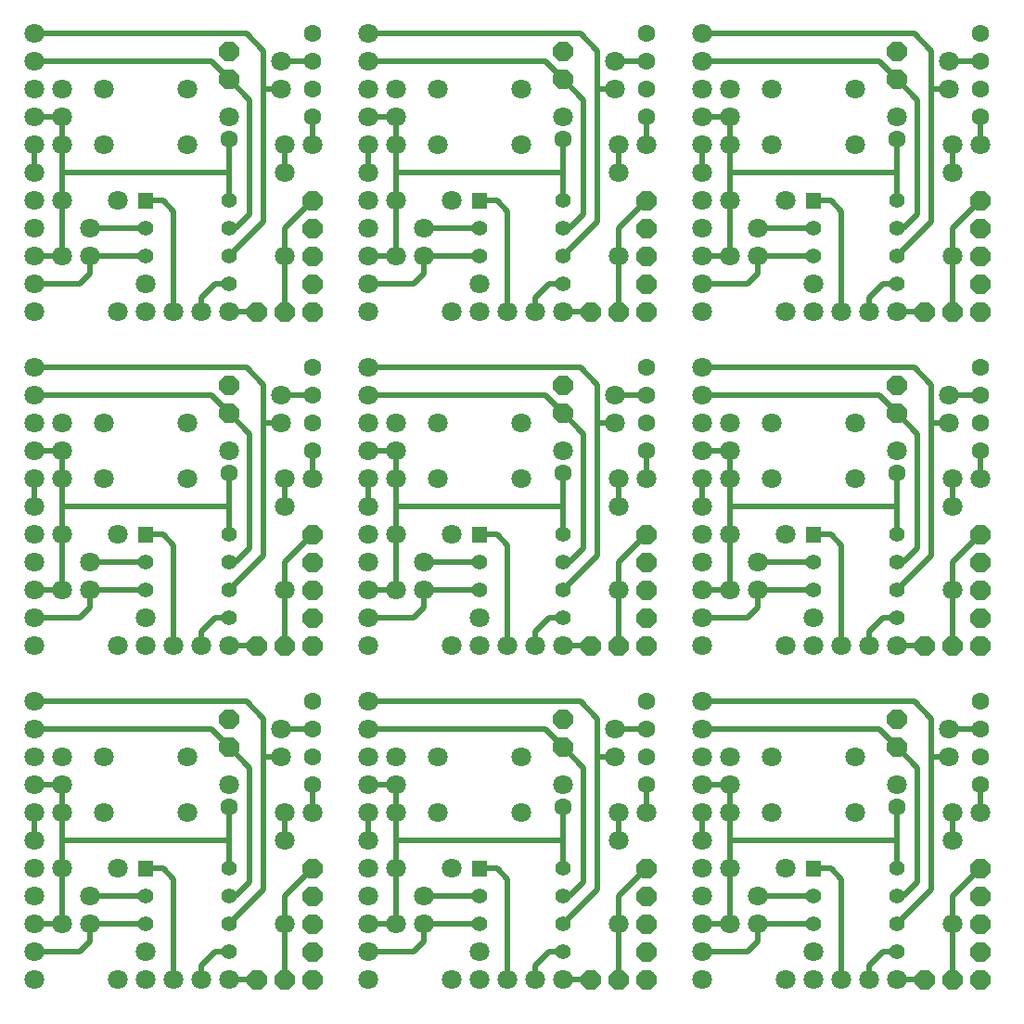
<source format=gbr>
%FSLAX34Y34*%
%MOMM*%
%LNCOPPER_TOP*%
G71*
G01*
%ADD10C, 1.400*%
%ADD11C, 1.600*%
%ADD12C, 1.800*%
%ADD13C, 1.800*%
%ADD14C, 0.500*%
%LPD*%
G36*
X140350Y822975D02*
X140350Y808975D01*
X126350Y808975D01*
X126350Y822975D01*
X140350Y822975D01*
G37*
X133350Y790575D02*
G54D10*
D03*
X133350Y765175D02*
G54D10*
D03*
X133350Y739775D02*
G54D10*
D03*
X209550Y739775D02*
G54D10*
D03*
X209550Y765175D02*
G54D10*
D03*
X209550Y790575D02*
G54D10*
D03*
X209550Y815975D02*
G54D10*
D03*
X209550Y892175D02*
G54D11*
D03*
X209550Y872175D02*
G54D11*
D03*
X57150Y917575D02*
G54D12*
D03*
X57150Y892175D02*
G54D12*
D03*
X82550Y790575D02*
G54D12*
D03*
X107950Y815975D02*
G54D12*
D03*
X57150Y815975D02*
G54D12*
D03*
X95250Y866775D02*
G54D13*
D03*
X171450Y866775D02*
G54D13*
D03*
X95250Y917575D02*
G54D13*
D03*
X171450Y917575D02*
G54D13*
D03*
X31750Y714375D02*
G54D13*
D03*
X31750Y739775D02*
G54D13*
D03*
X31750Y815975D02*
G54D13*
D03*
X31750Y841375D02*
G54D13*
D03*
X31750Y892175D02*
G54D13*
D03*
X31750Y917575D02*
G54D13*
D03*
X31750Y942975D02*
G54D13*
D03*
X31750Y968375D02*
G54D13*
D03*
X184150Y714375D02*
G54D12*
D03*
X209550Y714375D02*
G54D12*
D03*
G36*
X225950Y718110D02*
X231215Y723375D01*
X238685Y723375D01*
X243950Y718110D01*
X243950Y710640D01*
X238685Y705375D01*
X231215Y705375D01*
X225950Y710640D01*
X225950Y718110D01*
G37*
G36*
X251350Y718110D02*
X256615Y723375D01*
X264085Y723375D01*
X269350Y718110D01*
X269350Y710640D01*
X264085Y705375D01*
X256615Y705375D01*
X251350Y710640D01*
X251350Y718110D01*
G37*
G36*
X276750Y718110D02*
X282015Y723375D01*
X289485Y723375D01*
X294750Y718110D01*
X294750Y710640D01*
X289485Y705375D01*
X282015Y705375D01*
X276750Y710640D01*
X276750Y718110D01*
G37*
G36*
X276750Y743510D02*
X282015Y748775D01*
X289485Y748775D01*
X294750Y743510D01*
X294750Y736040D01*
X289485Y730775D01*
X282015Y730775D01*
X276750Y736040D01*
X276750Y743510D01*
G37*
G36*
X276750Y768910D02*
X282015Y774175D01*
X289485Y774175D01*
X294750Y768910D01*
X294750Y761440D01*
X289485Y756175D01*
X282015Y756175D01*
X276750Y761440D01*
X276750Y768910D01*
G37*
G36*
X276750Y794310D02*
X282015Y799575D01*
X289485Y799575D01*
X294750Y794310D01*
X294750Y786840D01*
X289485Y781575D01*
X282015Y781575D01*
X276750Y786840D01*
X276750Y794310D01*
G37*
G36*
X276750Y819710D02*
X282015Y824975D01*
X289485Y824975D01*
X294750Y819710D01*
X294750Y812240D01*
X289485Y806975D01*
X282015Y806975D01*
X276750Y812240D01*
X276750Y819710D01*
G37*
G54D14*
X31750Y892175D02*
X57150Y892175D01*
X57150Y841375D01*
X209550Y841375D01*
X209550Y815975D01*
X57150Y866775D02*
G54D12*
D03*
X31750Y866775D02*
G54D12*
D03*
G54D14*
X209550Y714375D02*
X234950Y714375D01*
X260350Y841375D02*
G54D12*
D03*
X260350Y765175D02*
G54D12*
D03*
X31750Y765175D02*
G54D13*
D03*
X31750Y714375D02*
G54D13*
D03*
X31750Y815975D02*
G54D13*
D03*
X31750Y917575D02*
G54D13*
D03*
X95250Y917575D02*
G54D13*
D03*
X171450Y917575D02*
G54D13*
D03*
X107950Y815975D02*
G54D13*
D03*
X57150Y917575D02*
G54D13*
D03*
X133350Y739775D02*
G54D13*
D03*
X285750Y714375D02*
G54D13*
D03*
X285750Y765175D02*
G54D13*
D03*
G54D14*
X209550Y841375D02*
X209550Y872175D01*
X209550Y892175D02*
G54D13*
D03*
G54D14*
X82550Y790575D02*
X133350Y790575D01*
G54D14*
X31750Y841375D02*
X31750Y866775D01*
G54D14*
X57150Y815975D02*
X57150Y841375D01*
X57150Y765175D02*
G54D12*
D03*
X82550Y765175D02*
G54D12*
D03*
G54D14*
X31750Y765175D02*
X57150Y765175D01*
X57150Y815975D01*
G54D14*
X184150Y714375D02*
X184150Y727075D01*
X196850Y739775D01*
X209550Y739775D01*
G54D14*
X82550Y765175D02*
X133350Y765175D01*
G54D14*
X260350Y714375D02*
X260350Y765175D01*
G54D14*
X260350Y765175D02*
X260350Y790575D01*
X285750Y815975D01*
X31750Y790575D02*
G54D13*
D03*
X133350Y714375D02*
G54D13*
D03*
X158750Y714375D02*
G54D13*
D03*
X107950Y714375D02*
G54D13*
D03*
G54D14*
X133350Y815975D02*
X149225Y815975D01*
X158750Y806450D01*
X158750Y714375D01*
G36*
X213285Y936100D02*
X218550Y930835D01*
X218550Y923365D01*
X213285Y918100D01*
X205815Y918100D01*
X200550Y923365D01*
X200550Y930835D01*
X205815Y936100D01*
X213285Y936100D01*
G37*
G36*
X213285Y961500D02*
X218550Y956235D01*
X218550Y948765D01*
X213285Y943500D01*
X205815Y943500D01*
X200550Y948765D01*
X200550Y956235D01*
X205815Y961500D01*
X213285Y961500D01*
G37*
X285750Y917575D02*
G54D11*
D03*
X285750Y892175D02*
G54D11*
D03*
X285750Y968375D02*
G54D11*
D03*
X285750Y942975D02*
G54D11*
D03*
X285750Y968375D02*
G54D11*
D03*
G54D14*
X257175Y917575D02*
X241300Y917575D01*
G54D14*
X209550Y765175D02*
X241300Y796925D01*
X241300Y952500D01*
X225425Y968375D01*
X31750Y968375D01*
G54D14*
X209550Y790575D02*
X215900Y790575D01*
X228600Y803275D01*
X228600Y908050D01*
X209550Y927100D01*
X193675Y942975D01*
X31750Y942975D01*
X257175Y917575D02*
G54D12*
D03*
X257175Y942975D02*
G54D12*
D03*
G54D14*
X257175Y942975D02*
X285750Y942975D01*
X285750Y917575D02*
G54D11*
D03*
X260350Y866775D02*
G54D12*
D03*
X285750Y866775D02*
G54D12*
D03*
G54D14*
X260350Y841375D02*
X260350Y866775D01*
G54D14*
X285750Y866775D02*
X285750Y892175D01*
G54D14*
X31750Y739775D02*
X73025Y739775D01*
X82550Y749300D01*
X82550Y765175D01*
G36*
X445150Y822975D02*
X445150Y808975D01*
X431150Y808975D01*
X431150Y822975D01*
X445150Y822975D01*
G37*
X438150Y790575D02*
G54D10*
D03*
X438150Y765175D02*
G54D10*
D03*
X438150Y739775D02*
G54D10*
D03*
X514350Y739775D02*
G54D10*
D03*
X514350Y765175D02*
G54D10*
D03*
X514350Y790575D02*
G54D10*
D03*
X514350Y815975D02*
G54D10*
D03*
X514350Y892175D02*
G54D11*
D03*
X514350Y872175D02*
G54D11*
D03*
X361950Y917575D02*
G54D12*
D03*
X361950Y892175D02*
G54D12*
D03*
X387350Y790575D02*
G54D12*
D03*
X412750Y815975D02*
G54D12*
D03*
X361950Y815975D02*
G54D12*
D03*
X400050Y866775D02*
G54D13*
D03*
X476250Y866775D02*
G54D13*
D03*
X400050Y917575D02*
G54D13*
D03*
X476250Y917575D02*
G54D13*
D03*
X336550Y714375D02*
G54D13*
D03*
X336550Y739775D02*
G54D13*
D03*
X336550Y815975D02*
G54D13*
D03*
X336550Y841375D02*
G54D13*
D03*
X336550Y892175D02*
G54D13*
D03*
X336550Y917575D02*
G54D13*
D03*
X336550Y942975D02*
G54D13*
D03*
X336550Y968375D02*
G54D13*
D03*
X488950Y714375D02*
G54D12*
D03*
X514350Y714375D02*
G54D12*
D03*
G36*
X530750Y718110D02*
X536015Y723375D01*
X543485Y723375D01*
X548750Y718110D01*
X548750Y710640D01*
X543485Y705375D01*
X536015Y705375D01*
X530750Y710640D01*
X530750Y718110D01*
G37*
G36*
X556150Y718110D02*
X561415Y723375D01*
X568885Y723375D01*
X574150Y718110D01*
X574150Y710640D01*
X568885Y705375D01*
X561415Y705375D01*
X556150Y710640D01*
X556150Y718110D01*
G37*
G36*
X581550Y718110D02*
X586815Y723375D01*
X594285Y723375D01*
X599550Y718110D01*
X599550Y710640D01*
X594285Y705375D01*
X586815Y705375D01*
X581550Y710640D01*
X581550Y718110D01*
G37*
G36*
X581550Y743510D02*
X586815Y748775D01*
X594285Y748775D01*
X599550Y743510D01*
X599550Y736040D01*
X594285Y730775D01*
X586815Y730775D01*
X581550Y736040D01*
X581550Y743510D01*
G37*
G36*
X581550Y768910D02*
X586815Y774175D01*
X594285Y774175D01*
X599550Y768910D01*
X599550Y761440D01*
X594285Y756175D01*
X586815Y756175D01*
X581550Y761440D01*
X581550Y768910D01*
G37*
G36*
X581550Y794310D02*
X586815Y799575D01*
X594285Y799575D01*
X599550Y794310D01*
X599550Y786840D01*
X594285Y781575D01*
X586815Y781575D01*
X581550Y786840D01*
X581550Y794310D01*
G37*
G36*
X581550Y819710D02*
X586815Y824975D01*
X594285Y824975D01*
X599550Y819710D01*
X599550Y812240D01*
X594285Y806975D01*
X586815Y806975D01*
X581550Y812240D01*
X581550Y819710D01*
G37*
G54D14*
X336550Y892175D02*
X361950Y892175D01*
X361950Y841375D01*
X514350Y841375D01*
X514350Y815975D01*
X361950Y866775D02*
G54D12*
D03*
X336550Y866775D02*
G54D12*
D03*
G54D14*
X514350Y714375D02*
X539750Y714375D01*
X565150Y841375D02*
G54D12*
D03*
X565150Y765175D02*
G54D12*
D03*
X336550Y765175D02*
G54D13*
D03*
X336550Y714375D02*
G54D13*
D03*
X336550Y815975D02*
G54D13*
D03*
X336550Y917575D02*
G54D13*
D03*
X400050Y917575D02*
G54D13*
D03*
X476250Y917575D02*
G54D13*
D03*
X412750Y815975D02*
G54D13*
D03*
X361950Y917575D02*
G54D13*
D03*
X438150Y739775D02*
G54D13*
D03*
X590550Y714375D02*
G54D13*
D03*
X590550Y765175D02*
G54D13*
D03*
G54D14*
X514350Y841375D02*
X514350Y872175D01*
X514350Y892175D02*
G54D13*
D03*
G54D14*
X387350Y790575D02*
X438150Y790575D01*
G54D14*
X336550Y841375D02*
X336550Y866775D01*
G54D14*
X361950Y815975D02*
X361950Y841375D01*
X361950Y765175D02*
G54D12*
D03*
X387350Y765175D02*
G54D12*
D03*
G54D14*
X336550Y765175D02*
X361950Y765175D01*
X361950Y815975D01*
G54D14*
X488950Y714375D02*
X488950Y727075D01*
X501650Y739775D01*
X514350Y739775D01*
G54D14*
X387350Y765175D02*
X438150Y765175D01*
G54D14*
X565150Y714375D02*
X565150Y765175D01*
G54D14*
X565150Y765175D02*
X565150Y790575D01*
X590550Y815975D01*
X336550Y790575D02*
G54D13*
D03*
X438150Y714375D02*
G54D13*
D03*
X463550Y714375D02*
G54D13*
D03*
X412750Y714375D02*
G54D13*
D03*
G54D14*
X438150Y815975D02*
X454025Y815975D01*
X463550Y806450D01*
X463550Y714375D01*
G36*
X518085Y936100D02*
X523350Y930835D01*
X523350Y923365D01*
X518085Y918100D01*
X510615Y918100D01*
X505350Y923365D01*
X505350Y930835D01*
X510615Y936100D01*
X518085Y936100D01*
G37*
G36*
X518085Y961500D02*
X523350Y956235D01*
X523350Y948765D01*
X518085Y943500D01*
X510615Y943500D01*
X505350Y948765D01*
X505350Y956235D01*
X510615Y961500D01*
X518085Y961500D01*
G37*
X590550Y917575D02*
G54D11*
D03*
X590550Y892175D02*
G54D11*
D03*
X590550Y968375D02*
G54D11*
D03*
X590550Y942975D02*
G54D11*
D03*
X590550Y968375D02*
G54D11*
D03*
G54D14*
X561975Y917575D02*
X546100Y917575D01*
G54D14*
X514350Y765175D02*
X546100Y796925D01*
X546100Y952500D01*
X530225Y968375D01*
X336550Y968375D01*
G54D14*
X514350Y790575D02*
X520700Y790575D01*
X533400Y803275D01*
X533400Y908050D01*
X514350Y927100D01*
X498475Y942975D01*
X336550Y942975D01*
X561975Y917575D02*
G54D12*
D03*
X561975Y942975D02*
G54D12*
D03*
G54D14*
X561975Y942975D02*
X590550Y942975D01*
X590550Y917575D02*
G54D11*
D03*
X565150Y866775D02*
G54D12*
D03*
X590550Y866775D02*
G54D12*
D03*
G54D14*
X565150Y841375D02*
X565150Y866775D01*
G54D14*
X590550Y866775D02*
X590550Y892175D01*
G54D14*
X336550Y739775D02*
X377825Y739775D01*
X387350Y749300D01*
X387350Y765175D01*
G36*
X749950Y822975D02*
X749950Y808975D01*
X735950Y808975D01*
X735950Y822975D01*
X749950Y822975D01*
G37*
X742950Y790575D02*
G54D10*
D03*
X742950Y765175D02*
G54D10*
D03*
X742950Y739775D02*
G54D10*
D03*
X819150Y739775D02*
G54D10*
D03*
X819150Y765175D02*
G54D10*
D03*
X819150Y790575D02*
G54D10*
D03*
X819150Y815975D02*
G54D10*
D03*
X819150Y892175D02*
G54D11*
D03*
X819150Y872175D02*
G54D11*
D03*
X666750Y917575D02*
G54D12*
D03*
X666750Y892175D02*
G54D12*
D03*
X692150Y790575D02*
G54D12*
D03*
X717550Y815975D02*
G54D12*
D03*
X666750Y815975D02*
G54D12*
D03*
X704850Y866775D02*
G54D13*
D03*
X781050Y866775D02*
G54D13*
D03*
X704850Y917575D02*
G54D13*
D03*
X781050Y917575D02*
G54D13*
D03*
X641350Y714375D02*
G54D13*
D03*
X641350Y739775D02*
G54D13*
D03*
X641350Y815975D02*
G54D13*
D03*
X641350Y841375D02*
G54D13*
D03*
X641350Y892175D02*
G54D13*
D03*
X641350Y917575D02*
G54D13*
D03*
X641350Y942975D02*
G54D13*
D03*
X641350Y968375D02*
G54D13*
D03*
X793750Y714375D02*
G54D12*
D03*
X819150Y714375D02*
G54D12*
D03*
G36*
X835550Y718110D02*
X840815Y723375D01*
X848285Y723375D01*
X853550Y718110D01*
X853550Y710640D01*
X848285Y705375D01*
X840815Y705375D01*
X835550Y710640D01*
X835550Y718110D01*
G37*
G36*
X860950Y718110D02*
X866215Y723375D01*
X873685Y723375D01*
X878950Y718110D01*
X878950Y710640D01*
X873685Y705375D01*
X866215Y705375D01*
X860950Y710640D01*
X860950Y718110D01*
G37*
G36*
X886350Y718110D02*
X891615Y723375D01*
X899085Y723375D01*
X904350Y718110D01*
X904350Y710640D01*
X899085Y705375D01*
X891615Y705375D01*
X886350Y710640D01*
X886350Y718110D01*
G37*
G36*
X886350Y743510D02*
X891615Y748775D01*
X899085Y748775D01*
X904350Y743510D01*
X904350Y736040D01*
X899085Y730775D01*
X891615Y730775D01*
X886350Y736040D01*
X886350Y743510D01*
G37*
G36*
X886350Y768910D02*
X891615Y774175D01*
X899085Y774175D01*
X904350Y768910D01*
X904350Y761440D01*
X899085Y756175D01*
X891615Y756175D01*
X886350Y761440D01*
X886350Y768910D01*
G37*
G36*
X886350Y794310D02*
X891615Y799575D01*
X899085Y799575D01*
X904350Y794310D01*
X904350Y786840D01*
X899085Y781575D01*
X891615Y781575D01*
X886350Y786840D01*
X886350Y794310D01*
G37*
G36*
X886350Y819710D02*
X891615Y824975D01*
X899085Y824975D01*
X904350Y819710D01*
X904350Y812240D01*
X899085Y806975D01*
X891615Y806975D01*
X886350Y812240D01*
X886350Y819710D01*
G37*
G54D14*
X641350Y892175D02*
X666750Y892175D01*
X666750Y841375D01*
X819150Y841375D01*
X819150Y815975D01*
X666750Y866775D02*
G54D12*
D03*
X641350Y866775D02*
G54D12*
D03*
G54D14*
X819150Y714375D02*
X844550Y714375D01*
X869950Y841375D02*
G54D12*
D03*
X869950Y765175D02*
G54D12*
D03*
X641350Y765175D02*
G54D13*
D03*
X641350Y714375D02*
G54D13*
D03*
X641350Y815975D02*
G54D13*
D03*
X641350Y917575D02*
G54D13*
D03*
X704850Y917575D02*
G54D13*
D03*
X781050Y917575D02*
G54D13*
D03*
X717550Y815975D02*
G54D13*
D03*
X666750Y917575D02*
G54D13*
D03*
X742950Y739775D02*
G54D13*
D03*
X895350Y714375D02*
G54D13*
D03*
X895350Y765175D02*
G54D13*
D03*
G54D14*
X819150Y841375D02*
X819150Y872175D01*
X819150Y892175D02*
G54D13*
D03*
G54D14*
X692150Y790575D02*
X742950Y790575D01*
G54D14*
X641350Y841375D02*
X641350Y866775D01*
G54D14*
X666750Y815975D02*
X666750Y841375D01*
X666750Y765175D02*
G54D12*
D03*
X692150Y765175D02*
G54D12*
D03*
G54D14*
X641350Y765175D02*
X666750Y765175D01*
X666750Y815975D01*
G54D14*
X793750Y714375D02*
X793750Y727075D01*
X806450Y739775D01*
X819150Y739775D01*
G54D14*
X692150Y765175D02*
X742950Y765175D01*
G54D14*
X869950Y714375D02*
X869950Y765175D01*
G54D14*
X869950Y765175D02*
X869950Y790575D01*
X895350Y815975D01*
X641350Y790575D02*
G54D13*
D03*
X742950Y714375D02*
G54D13*
D03*
X768350Y714375D02*
G54D13*
D03*
X717550Y714375D02*
G54D13*
D03*
G54D14*
X742950Y815975D02*
X758825Y815975D01*
X768350Y806450D01*
X768350Y714375D01*
G36*
X822885Y936100D02*
X828150Y930835D01*
X828150Y923365D01*
X822885Y918100D01*
X815415Y918100D01*
X810150Y923365D01*
X810150Y930835D01*
X815415Y936100D01*
X822885Y936100D01*
G37*
G36*
X822885Y961500D02*
X828150Y956235D01*
X828150Y948765D01*
X822885Y943500D01*
X815415Y943500D01*
X810150Y948765D01*
X810150Y956235D01*
X815415Y961500D01*
X822885Y961500D01*
G37*
X895350Y917575D02*
G54D11*
D03*
X895350Y892175D02*
G54D11*
D03*
X895350Y968375D02*
G54D11*
D03*
X895350Y942975D02*
G54D11*
D03*
X895350Y968375D02*
G54D11*
D03*
G54D14*
X866775Y917575D02*
X850900Y917575D01*
G54D14*
X819150Y765175D02*
X850900Y796925D01*
X850900Y952500D01*
X835025Y968375D01*
X641350Y968375D01*
G54D14*
X819150Y790575D02*
X825500Y790575D01*
X838200Y803275D01*
X838200Y908050D01*
X819150Y927100D01*
X803275Y942975D01*
X641350Y942975D01*
X866775Y917575D02*
G54D12*
D03*
X866775Y942975D02*
G54D12*
D03*
G54D14*
X866775Y942975D02*
X895350Y942975D01*
X895350Y917575D02*
G54D11*
D03*
X869950Y866775D02*
G54D12*
D03*
X895350Y866775D02*
G54D12*
D03*
G54D14*
X869950Y841375D02*
X869950Y866775D01*
G54D14*
X895350Y866775D02*
X895350Y892175D01*
G54D14*
X641350Y739775D02*
X682625Y739775D01*
X692150Y749300D01*
X692150Y765175D01*
G36*
X140350Y518175D02*
X140350Y504175D01*
X126350Y504175D01*
X126350Y518175D01*
X140350Y518175D01*
G37*
X133350Y485775D02*
G54D10*
D03*
X133350Y460375D02*
G54D10*
D03*
X133350Y434975D02*
G54D10*
D03*
X209550Y434975D02*
G54D10*
D03*
X209550Y460375D02*
G54D10*
D03*
X209550Y485775D02*
G54D10*
D03*
X209550Y511175D02*
G54D10*
D03*
X209550Y587375D02*
G54D11*
D03*
X209550Y567375D02*
G54D11*
D03*
X57150Y612775D02*
G54D12*
D03*
X57150Y587375D02*
G54D12*
D03*
X82550Y485775D02*
G54D12*
D03*
X107950Y511175D02*
G54D12*
D03*
X57150Y511175D02*
G54D12*
D03*
X95250Y561975D02*
G54D13*
D03*
X171450Y561975D02*
G54D13*
D03*
X95250Y612775D02*
G54D13*
D03*
X171450Y612775D02*
G54D13*
D03*
X31750Y409575D02*
G54D13*
D03*
X31750Y434975D02*
G54D13*
D03*
X31750Y511175D02*
G54D13*
D03*
X31750Y536575D02*
G54D13*
D03*
X31750Y587375D02*
G54D13*
D03*
X31750Y612775D02*
G54D13*
D03*
X31750Y638175D02*
G54D13*
D03*
X31750Y663575D02*
G54D13*
D03*
X184150Y409575D02*
G54D12*
D03*
X209550Y409575D02*
G54D12*
D03*
G36*
X225950Y413310D02*
X231215Y418575D01*
X238685Y418575D01*
X243950Y413310D01*
X243950Y405840D01*
X238685Y400575D01*
X231215Y400575D01*
X225950Y405840D01*
X225950Y413310D01*
G37*
G36*
X251350Y413310D02*
X256615Y418575D01*
X264085Y418575D01*
X269350Y413310D01*
X269350Y405840D01*
X264085Y400575D01*
X256615Y400575D01*
X251350Y405840D01*
X251350Y413310D01*
G37*
G36*
X276750Y413310D02*
X282015Y418575D01*
X289485Y418575D01*
X294750Y413310D01*
X294750Y405840D01*
X289485Y400575D01*
X282015Y400575D01*
X276750Y405840D01*
X276750Y413310D01*
G37*
G36*
X276750Y438710D02*
X282015Y443975D01*
X289485Y443975D01*
X294750Y438710D01*
X294750Y431240D01*
X289485Y425975D01*
X282015Y425975D01*
X276750Y431240D01*
X276750Y438710D01*
G37*
G36*
X276750Y464110D02*
X282015Y469375D01*
X289485Y469375D01*
X294750Y464110D01*
X294750Y456640D01*
X289485Y451375D01*
X282015Y451375D01*
X276750Y456640D01*
X276750Y464110D01*
G37*
G36*
X276750Y489510D02*
X282015Y494775D01*
X289485Y494775D01*
X294750Y489510D01*
X294750Y482040D01*
X289485Y476775D01*
X282015Y476775D01*
X276750Y482040D01*
X276750Y489510D01*
G37*
G36*
X276750Y514910D02*
X282015Y520175D01*
X289485Y520175D01*
X294750Y514910D01*
X294750Y507440D01*
X289485Y502175D01*
X282015Y502175D01*
X276750Y507440D01*
X276750Y514910D01*
G37*
G54D14*
X31750Y587375D02*
X57150Y587375D01*
X57150Y536575D01*
X209550Y536575D01*
X209550Y511175D01*
X57150Y561975D02*
G54D12*
D03*
X31750Y561975D02*
G54D12*
D03*
G54D14*
X209550Y409575D02*
X234950Y409575D01*
X260350Y536575D02*
G54D12*
D03*
X260350Y460375D02*
G54D12*
D03*
X31750Y460375D02*
G54D13*
D03*
X31750Y409575D02*
G54D13*
D03*
X31750Y511175D02*
G54D13*
D03*
X31750Y612775D02*
G54D13*
D03*
X95250Y612775D02*
G54D13*
D03*
X171450Y612775D02*
G54D13*
D03*
X107950Y511175D02*
G54D13*
D03*
X57150Y612775D02*
G54D13*
D03*
X133350Y434975D02*
G54D13*
D03*
X285750Y409575D02*
G54D13*
D03*
X285750Y460375D02*
G54D13*
D03*
G54D14*
X209550Y536575D02*
X209550Y567375D01*
X209550Y587375D02*
G54D13*
D03*
G54D14*
X82550Y485775D02*
X133350Y485775D01*
G54D14*
X31750Y536575D02*
X31750Y561975D01*
G54D14*
X57150Y511175D02*
X57150Y536575D01*
X57150Y460375D02*
G54D12*
D03*
X82550Y460375D02*
G54D12*
D03*
G54D14*
X31750Y460375D02*
X57150Y460375D01*
X57150Y511175D01*
G54D14*
X184150Y409575D02*
X184150Y422275D01*
X196850Y434975D01*
X209550Y434975D01*
G54D14*
X82550Y460375D02*
X133350Y460375D01*
G54D14*
X260350Y409575D02*
X260350Y460375D01*
G54D14*
X260350Y460375D02*
X260350Y485775D01*
X285750Y511175D01*
X31750Y485775D02*
G54D13*
D03*
X133350Y409575D02*
G54D13*
D03*
X158750Y409575D02*
G54D13*
D03*
X107950Y409575D02*
G54D13*
D03*
G54D14*
X133350Y511175D02*
X149225Y511175D01*
X158750Y501650D01*
X158750Y409575D01*
G36*
X213285Y631300D02*
X218550Y626035D01*
X218550Y618565D01*
X213285Y613300D01*
X205815Y613300D01*
X200550Y618565D01*
X200550Y626035D01*
X205815Y631300D01*
X213285Y631300D01*
G37*
G36*
X213285Y656700D02*
X218550Y651435D01*
X218550Y643965D01*
X213285Y638700D01*
X205815Y638700D01*
X200550Y643965D01*
X200550Y651435D01*
X205815Y656700D01*
X213285Y656700D01*
G37*
X285750Y612775D02*
G54D11*
D03*
X285750Y587375D02*
G54D11*
D03*
X285750Y663575D02*
G54D11*
D03*
X285750Y638175D02*
G54D11*
D03*
X285750Y663575D02*
G54D11*
D03*
G54D14*
X257175Y612775D02*
X241300Y612775D01*
G54D14*
X209550Y460375D02*
X241300Y492125D01*
X241300Y647700D01*
X225425Y663575D01*
X31750Y663575D01*
G54D14*
X209550Y485775D02*
X215900Y485775D01*
X228600Y498475D01*
X228600Y603250D01*
X209550Y622300D01*
X193675Y638175D01*
X31750Y638175D01*
X257175Y612775D02*
G54D12*
D03*
X257175Y638175D02*
G54D12*
D03*
G54D14*
X257175Y638175D02*
X285750Y638175D01*
X285750Y612775D02*
G54D11*
D03*
X260350Y561975D02*
G54D12*
D03*
X285750Y561975D02*
G54D12*
D03*
G54D14*
X260350Y536575D02*
X260350Y561975D01*
G54D14*
X285750Y561975D02*
X285750Y587375D01*
G54D14*
X31750Y434975D02*
X73025Y434975D01*
X82550Y444500D01*
X82550Y460375D01*
G36*
X445150Y518175D02*
X445150Y504175D01*
X431150Y504175D01*
X431150Y518175D01*
X445150Y518175D01*
G37*
X438150Y485775D02*
G54D10*
D03*
X438150Y460375D02*
G54D10*
D03*
X438150Y434975D02*
G54D10*
D03*
X514350Y434975D02*
G54D10*
D03*
X514350Y460375D02*
G54D10*
D03*
X514350Y485775D02*
G54D10*
D03*
X514350Y511175D02*
G54D10*
D03*
X514350Y587375D02*
G54D11*
D03*
X514350Y567375D02*
G54D11*
D03*
X361950Y612775D02*
G54D12*
D03*
X361950Y587375D02*
G54D12*
D03*
X387350Y485775D02*
G54D12*
D03*
X412750Y511175D02*
G54D12*
D03*
X361950Y511175D02*
G54D12*
D03*
X400050Y561975D02*
G54D13*
D03*
X476250Y561975D02*
G54D13*
D03*
X400050Y612775D02*
G54D13*
D03*
X476250Y612775D02*
G54D13*
D03*
X336550Y409575D02*
G54D13*
D03*
X336550Y434975D02*
G54D13*
D03*
X336550Y511175D02*
G54D13*
D03*
X336550Y536575D02*
G54D13*
D03*
X336550Y587375D02*
G54D13*
D03*
X336550Y612775D02*
G54D13*
D03*
X336550Y638175D02*
G54D13*
D03*
X336550Y663575D02*
G54D13*
D03*
X488950Y409575D02*
G54D12*
D03*
X514350Y409575D02*
G54D12*
D03*
G36*
X530750Y413310D02*
X536015Y418575D01*
X543485Y418575D01*
X548750Y413310D01*
X548750Y405840D01*
X543485Y400575D01*
X536015Y400575D01*
X530750Y405840D01*
X530750Y413310D01*
G37*
G36*
X556150Y413310D02*
X561415Y418575D01*
X568885Y418575D01*
X574150Y413310D01*
X574150Y405840D01*
X568885Y400575D01*
X561415Y400575D01*
X556150Y405840D01*
X556150Y413310D01*
G37*
G36*
X581550Y413310D02*
X586815Y418575D01*
X594285Y418575D01*
X599550Y413310D01*
X599550Y405840D01*
X594285Y400575D01*
X586815Y400575D01*
X581550Y405840D01*
X581550Y413310D01*
G37*
G36*
X581550Y438710D02*
X586815Y443975D01*
X594285Y443975D01*
X599550Y438710D01*
X599550Y431240D01*
X594285Y425975D01*
X586815Y425975D01*
X581550Y431240D01*
X581550Y438710D01*
G37*
G36*
X581550Y464110D02*
X586815Y469375D01*
X594285Y469375D01*
X599550Y464110D01*
X599550Y456640D01*
X594285Y451375D01*
X586815Y451375D01*
X581550Y456640D01*
X581550Y464110D01*
G37*
G36*
X581550Y489510D02*
X586815Y494775D01*
X594285Y494775D01*
X599550Y489510D01*
X599550Y482040D01*
X594285Y476775D01*
X586815Y476775D01*
X581550Y482040D01*
X581550Y489510D01*
G37*
G36*
X581550Y514910D02*
X586815Y520175D01*
X594285Y520175D01*
X599550Y514910D01*
X599550Y507440D01*
X594285Y502175D01*
X586815Y502175D01*
X581550Y507440D01*
X581550Y514910D01*
G37*
G54D14*
X336550Y587375D02*
X361950Y587375D01*
X361950Y536575D01*
X514350Y536575D01*
X514350Y511175D01*
X361950Y561975D02*
G54D12*
D03*
X336550Y561975D02*
G54D12*
D03*
G54D14*
X514350Y409575D02*
X539750Y409575D01*
X565150Y536575D02*
G54D12*
D03*
X565150Y460375D02*
G54D12*
D03*
X336550Y460375D02*
G54D13*
D03*
X336550Y409575D02*
G54D13*
D03*
X336550Y511175D02*
G54D13*
D03*
X336550Y612775D02*
G54D13*
D03*
X400050Y612775D02*
G54D13*
D03*
X476250Y612775D02*
G54D13*
D03*
X412750Y511175D02*
G54D13*
D03*
X361950Y612775D02*
G54D13*
D03*
X438150Y434975D02*
G54D13*
D03*
X590550Y409575D02*
G54D13*
D03*
X590550Y460375D02*
G54D13*
D03*
G54D14*
X514350Y536575D02*
X514350Y567375D01*
X514350Y587375D02*
G54D13*
D03*
G54D14*
X387350Y485775D02*
X438150Y485775D01*
G54D14*
X336550Y536575D02*
X336550Y561975D01*
G54D14*
X361950Y511175D02*
X361950Y536575D01*
X361950Y460375D02*
G54D12*
D03*
X387350Y460375D02*
G54D12*
D03*
G54D14*
X336550Y460375D02*
X361950Y460375D01*
X361950Y511175D01*
G54D14*
X488950Y409575D02*
X488950Y422275D01*
X501650Y434975D01*
X514350Y434975D01*
G54D14*
X387350Y460375D02*
X438150Y460375D01*
G54D14*
X565150Y409575D02*
X565150Y460375D01*
G54D14*
X565150Y460375D02*
X565150Y485775D01*
X590550Y511175D01*
X336550Y485775D02*
G54D13*
D03*
X438150Y409575D02*
G54D13*
D03*
X463550Y409575D02*
G54D13*
D03*
X412750Y409575D02*
G54D13*
D03*
G54D14*
X438150Y511175D02*
X454025Y511175D01*
X463550Y501650D01*
X463550Y409575D01*
G36*
X518085Y631300D02*
X523350Y626035D01*
X523350Y618565D01*
X518085Y613300D01*
X510615Y613300D01*
X505350Y618565D01*
X505350Y626035D01*
X510615Y631300D01*
X518085Y631300D01*
G37*
G36*
X518085Y656700D02*
X523350Y651435D01*
X523350Y643965D01*
X518085Y638700D01*
X510615Y638700D01*
X505350Y643965D01*
X505350Y651435D01*
X510615Y656700D01*
X518085Y656700D01*
G37*
X590550Y612775D02*
G54D11*
D03*
X590550Y587375D02*
G54D11*
D03*
X590550Y663575D02*
G54D11*
D03*
X590550Y638175D02*
G54D11*
D03*
X590550Y663575D02*
G54D11*
D03*
G54D14*
X561975Y612775D02*
X546100Y612775D01*
G54D14*
X514350Y460375D02*
X546100Y492125D01*
X546100Y647700D01*
X530225Y663575D01*
X336550Y663575D01*
G54D14*
X514350Y485775D02*
X520700Y485775D01*
X533400Y498475D01*
X533400Y603250D01*
X514350Y622300D01*
X498475Y638175D01*
X336550Y638175D01*
X561975Y612775D02*
G54D12*
D03*
X561975Y638175D02*
G54D12*
D03*
G54D14*
X561975Y638175D02*
X590550Y638175D01*
X590550Y612775D02*
G54D11*
D03*
X565150Y561975D02*
G54D12*
D03*
X590550Y561975D02*
G54D12*
D03*
G54D14*
X565150Y536575D02*
X565150Y561975D01*
G54D14*
X590550Y561975D02*
X590550Y587375D01*
G54D14*
X336550Y434975D02*
X377825Y434975D01*
X387350Y444500D01*
X387350Y460375D01*
G36*
X749950Y518175D02*
X749950Y504175D01*
X735950Y504175D01*
X735950Y518175D01*
X749950Y518175D01*
G37*
X742950Y485775D02*
G54D10*
D03*
X742950Y460375D02*
G54D10*
D03*
X742950Y434975D02*
G54D10*
D03*
X819150Y434975D02*
G54D10*
D03*
X819150Y460375D02*
G54D10*
D03*
X819150Y485775D02*
G54D10*
D03*
X819150Y511175D02*
G54D10*
D03*
X819150Y587375D02*
G54D11*
D03*
X819150Y567375D02*
G54D11*
D03*
X666750Y612775D02*
G54D12*
D03*
X666750Y587375D02*
G54D12*
D03*
X692150Y485775D02*
G54D12*
D03*
X717550Y511175D02*
G54D12*
D03*
X666750Y511175D02*
G54D12*
D03*
X704850Y561975D02*
G54D13*
D03*
X781050Y561975D02*
G54D13*
D03*
X704850Y612775D02*
G54D13*
D03*
X781050Y612775D02*
G54D13*
D03*
X641350Y409575D02*
G54D13*
D03*
X641350Y434975D02*
G54D13*
D03*
X641350Y511175D02*
G54D13*
D03*
X641350Y536575D02*
G54D13*
D03*
X641350Y587375D02*
G54D13*
D03*
X641350Y612775D02*
G54D13*
D03*
X641350Y638175D02*
G54D13*
D03*
X641350Y663575D02*
G54D13*
D03*
X793750Y409575D02*
G54D12*
D03*
X819150Y409575D02*
G54D12*
D03*
G36*
X835550Y413310D02*
X840815Y418575D01*
X848285Y418575D01*
X853550Y413310D01*
X853550Y405840D01*
X848285Y400575D01*
X840815Y400575D01*
X835550Y405840D01*
X835550Y413310D01*
G37*
G36*
X860950Y413310D02*
X866215Y418575D01*
X873685Y418575D01*
X878950Y413310D01*
X878950Y405840D01*
X873685Y400575D01*
X866215Y400575D01*
X860950Y405840D01*
X860950Y413310D01*
G37*
G36*
X886350Y413310D02*
X891615Y418575D01*
X899085Y418575D01*
X904350Y413310D01*
X904350Y405840D01*
X899085Y400575D01*
X891615Y400575D01*
X886350Y405840D01*
X886350Y413310D01*
G37*
G36*
X886350Y438710D02*
X891615Y443975D01*
X899085Y443975D01*
X904350Y438710D01*
X904350Y431240D01*
X899085Y425975D01*
X891615Y425975D01*
X886350Y431240D01*
X886350Y438710D01*
G37*
G36*
X886350Y464110D02*
X891615Y469375D01*
X899085Y469375D01*
X904350Y464110D01*
X904350Y456640D01*
X899085Y451375D01*
X891615Y451375D01*
X886350Y456640D01*
X886350Y464110D01*
G37*
G36*
X886350Y489510D02*
X891615Y494775D01*
X899085Y494775D01*
X904350Y489510D01*
X904350Y482040D01*
X899085Y476775D01*
X891615Y476775D01*
X886350Y482040D01*
X886350Y489510D01*
G37*
G36*
X886350Y514910D02*
X891615Y520175D01*
X899085Y520175D01*
X904350Y514910D01*
X904350Y507440D01*
X899085Y502175D01*
X891615Y502175D01*
X886350Y507440D01*
X886350Y514910D01*
G37*
G54D14*
X641350Y587375D02*
X666750Y587375D01*
X666750Y536575D01*
X819150Y536575D01*
X819150Y511175D01*
X666750Y561975D02*
G54D12*
D03*
X641350Y561975D02*
G54D12*
D03*
G54D14*
X819150Y409575D02*
X844550Y409575D01*
X869950Y536575D02*
G54D12*
D03*
X869950Y460375D02*
G54D12*
D03*
X641350Y460375D02*
G54D13*
D03*
X641350Y409575D02*
G54D13*
D03*
X641350Y511175D02*
G54D13*
D03*
X641350Y612775D02*
G54D13*
D03*
X704850Y612775D02*
G54D13*
D03*
X781050Y612775D02*
G54D13*
D03*
X717550Y511175D02*
G54D13*
D03*
X666750Y612775D02*
G54D13*
D03*
X742950Y434975D02*
G54D13*
D03*
X895350Y409575D02*
G54D13*
D03*
X895350Y460375D02*
G54D13*
D03*
G54D14*
X819150Y536575D02*
X819150Y567375D01*
X819150Y587375D02*
G54D13*
D03*
G54D14*
X692150Y485775D02*
X742950Y485775D01*
G54D14*
X641350Y536575D02*
X641350Y561975D01*
G54D14*
X666750Y511175D02*
X666750Y536575D01*
X666750Y460375D02*
G54D12*
D03*
X692150Y460375D02*
G54D12*
D03*
G54D14*
X641350Y460375D02*
X666750Y460375D01*
X666750Y511175D01*
G54D14*
X793750Y409575D02*
X793750Y422275D01*
X806450Y434975D01*
X819150Y434975D01*
G54D14*
X692150Y460375D02*
X742950Y460375D01*
G54D14*
X869950Y409575D02*
X869950Y460375D01*
G54D14*
X869950Y460375D02*
X869950Y485775D01*
X895350Y511175D01*
X641350Y485775D02*
G54D13*
D03*
X742950Y409575D02*
G54D13*
D03*
X768350Y409575D02*
G54D13*
D03*
X717550Y409575D02*
G54D13*
D03*
G54D14*
X742950Y511175D02*
X758825Y511175D01*
X768350Y501650D01*
X768350Y409575D01*
G36*
X822885Y631300D02*
X828150Y626035D01*
X828150Y618565D01*
X822885Y613300D01*
X815415Y613300D01*
X810150Y618565D01*
X810150Y626035D01*
X815415Y631300D01*
X822885Y631300D01*
G37*
G36*
X822885Y656700D02*
X828150Y651435D01*
X828150Y643965D01*
X822885Y638700D01*
X815415Y638700D01*
X810150Y643965D01*
X810150Y651435D01*
X815415Y656700D01*
X822885Y656700D01*
G37*
X895350Y612775D02*
G54D11*
D03*
X895350Y587375D02*
G54D11*
D03*
X895350Y663575D02*
G54D11*
D03*
X895350Y638175D02*
G54D11*
D03*
X895350Y663575D02*
G54D11*
D03*
G54D14*
X866775Y612775D02*
X850900Y612775D01*
G54D14*
X819150Y460375D02*
X850900Y492125D01*
X850900Y647700D01*
X835025Y663575D01*
X641350Y663575D01*
G54D14*
X819150Y485775D02*
X825500Y485775D01*
X838200Y498475D01*
X838200Y603250D01*
X819150Y622300D01*
X803275Y638175D01*
X641350Y638175D01*
X866775Y612775D02*
G54D12*
D03*
X866775Y638175D02*
G54D12*
D03*
G54D14*
X866775Y638175D02*
X895350Y638175D01*
X895350Y612775D02*
G54D11*
D03*
X869950Y561975D02*
G54D12*
D03*
X895350Y561975D02*
G54D12*
D03*
G54D14*
X869950Y536575D02*
X869950Y561975D01*
G54D14*
X895350Y561975D02*
X895350Y587375D01*
G54D14*
X641350Y434975D02*
X682625Y434975D01*
X692150Y444500D01*
X692150Y460375D01*
G36*
X140350Y213375D02*
X140350Y199375D01*
X126350Y199375D01*
X126350Y213375D01*
X140350Y213375D01*
G37*
X133350Y180975D02*
G54D10*
D03*
X133350Y155575D02*
G54D10*
D03*
X133350Y130175D02*
G54D10*
D03*
X209550Y130175D02*
G54D10*
D03*
X209550Y155575D02*
G54D10*
D03*
X209550Y180975D02*
G54D10*
D03*
X209550Y206375D02*
G54D10*
D03*
X209550Y282575D02*
G54D11*
D03*
X209550Y262575D02*
G54D11*
D03*
X57150Y307975D02*
G54D12*
D03*
X57150Y282575D02*
G54D12*
D03*
X82550Y180975D02*
G54D12*
D03*
X107950Y206375D02*
G54D12*
D03*
X57150Y206375D02*
G54D12*
D03*
X95250Y257175D02*
G54D13*
D03*
X171450Y257175D02*
G54D13*
D03*
X95250Y307975D02*
G54D13*
D03*
X171450Y307975D02*
G54D13*
D03*
X31750Y104775D02*
G54D13*
D03*
X31750Y130175D02*
G54D13*
D03*
X31750Y206375D02*
G54D13*
D03*
X31750Y231775D02*
G54D13*
D03*
X31750Y282575D02*
G54D13*
D03*
X31750Y307975D02*
G54D13*
D03*
X31750Y333375D02*
G54D13*
D03*
X31750Y358775D02*
G54D13*
D03*
X184150Y104775D02*
G54D12*
D03*
X209550Y104775D02*
G54D12*
D03*
G36*
X225950Y108510D02*
X231215Y113775D01*
X238685Y113775D01*
X243950Y108510D01*
X243950Y101040D01*
X238685Y95775D01*
X231215Y95775D01*
X225950Y101040D01*
X225950Y108510D01*
G37*
G36*
X251350Y108510D02*
X256615Y113775D01*
X264085Y113775D01*
X269350Y108510D01*
X269350Y101040D01*
X264085Y95775D01*
X256615Y95775D01*
X251350Y101040D01*
X251350Y108510D01*
G37*
G36*
X276750Y108510D02*
X282015Y113775D01*
X289485Y113775D01*
X294750Y108510D01*
X294750Y101040D01*
X289485Y95775D01*
X282015Y95775D01*
X276750Y101040D01*
X276750Y108510D01*
G37*
G36*
X276750Y133910D02*
X282015Y139175D01*
X289485Y139175D01*
X294750Y133910D01*
X294750Y126440D01*
X289485Y121175D01*
X282015Y121175D01*
X276750Y126440D01*
X276750Y133910D01*
G37*
G36*
X276750Y159310D02*
X282015Y164575D01*
X289485Y164575D01*
X294750Y159310D01*
X294750Y151840D01*
X289485Y146575D01*
X282015Y146575D01*
X276750Y151840D01*
X276750Y159310D01*
G37*
G36*
X276750Y184710D02*
X282015Y189975D01*
X289485Y189975D01*
X294750Y184710D01*
X294750Y177240D01*
X289485Y171975D01*
X282015Y171975D01*
X276750Y177240D01*
X276750Y184710D01*
G37*
G36*
X276750Y210110D02*
X282015Y215375D01*
X289485Y215375D01*
X294750Y210110D01*
X294750Y202640D01*
X289485Y197375D01*
X282015Y197375D01*
X276750Y202640D01*
X276750Y210110D01*
G37*
G54D14*
X31750Y282575D02*
X57150Y282575D01*
X57150Y231775D01*
X209550Y231775D01*
X209550Y206375D01*
X57150Y257175D02*
G54D12*
D03*
X31750Y257175D02*
G54D12*
D03*
G54D14*
X209550Y104775D02*
X234950Y104775D01*
X260350Y231775D02*
G54D12*
D03*
X260350Y155575D02*
G54D12*
D03*
X31750Y155575D02*
G54D13*
D03*
X31750Y104775D02*
G54D13*
D03*
X31750Y206375D02*
G54D13*
D03*
X31750Y307975D02*
G54D13*
D03*
X95250Y307975D02*
G54D13*
D03*
X171450Y307975D02*
G54D13*
D03*
X107950Y206375D02*
G54D13*
D03*
X57150Y307975D02*
G54D13*
D03*
X133350Y130175D02*
G54D13*
D03*
X285750Y104775D02*
G54D13*
D03*
X285750Y155575D02*
G54D13*
D03*
G54D14*
X209550Y231775D02*
X209550Y262575D01*
X209550Y282575D02*
G54D13*
D03*
G54D14*
X82550Y180975D02*
X133350Y180975D01*
G54D14*
X31750Y231775D02*
X31750Y257175D01*
G54D14*
X57150Y206375D02*
X57150Y231775D01*
X57150Y155575D02*
G54D12*
D03*
X82550Y155575D02*
G54D12*
D03*
G54D14*
X31750Y155575D02*
X57150Y155575D01*
X57150Y206375D01*
G54D14*
X184150Y104775D02*
X184150Y117475D01*
X196850Y130175D01*
X209550Y130175D01*
G54D14*
X82550Y155575D02*
X133350Y155575D01*
G54D14*
X260350Y104775D02*
X260350Y155575D01*
G54D14*
X260350Y155575D02*
X260350Y180975D01*
X285750Y206375D01*
X31750Y180975D02*
G54D13*
D03*
X133350Y104775D02*
G54D13*
D03*
X158750Y104775D02*
G54D13*
D03*
X107950Y104775D02*
G54D13*
D03*
G54D14*
X133350Y206375D02*
X149225Y206375D01*
X158750Y196850D01*
X158750Y104775D01*
G36*
X213285Y326500D02*
X218550Y321235D01*
X218550Y313765D01*
X213285Y308500D01*
X205815Y308500D01*
X200550Y313765D01*
X200550Y321235D01*
X205815Y326500D01*
X213285Y326500D01*
G37*
G36*
X213285Y351900D02*
X218550Y346635D01*
X218550Y339165D01*
X213285Y333900D01*
X205815Y333900D01*
X200550Y339165D01*
X200550Y346635D01*
X205815Y351900D01*
X213285Y351900D01*
G37*
X285750Y307975D02*
G54D11*
D03*
X285750Y282575D02*
G54D11*
D03*
X285750Y358775D02*
G54D11*
D03*
X285750Y333375D02*
G54D11*
D03*
X285750Y358775D02*
G54D11*
D03*
G54D14*
X257175Y307975D02*
X241300Y307975D01*
G54D14*
X209550Y155575D02*
X241300Y187325D01*
X241300Y342900D01*
X225425Y358775D01*
X31750Y358775D01*
G54D14*
X209550Y180975D02*
X215900Y180975D01*
X228600Y193675D01*
X228600Y298450D01*
X209550Y317500D01*
X193675Y333375D01*
X31750Y333375D01*
X257175Y307975D02*
G54D12*
D03*
X257175Y333375D02*
G54D12*
D03*
G54D14*
X257175Y333375D02*
X285750Y333375D01*
X285750Y307975D02*
G54D11*
D03*
X260350Y257175D02*
G54D12*
D03*
X285750Y257175D02*
G54D12*
D03*
G54D14*
X260350Y231775D02*
X260350Y257175D01*
G54D14*
X285750Y257175D02*
X285750Y282575D01*
G54D14*
X31750Y130175D02*
X73025Y130175D01*
X82550Y139700D01*
X82550Y155575D01*
G36*
X445150Y213375D02*
X445150Y199375D01*
X431150Y199375D01*
X431150Y213375D01*
X445150Y213375D01*
G37*
X438150Y180975D02*
G54D10*
D03*
X438150Y155575D02*
G54D10*
D03*
X438150Y130175D02*
G54D10*
D03*
X514350Y130175D02*
G54D10*
D03*
X514350Y155575D02*
G54D10*
D03*
X514350Y180975D02*
G54D10*
D03*
X514350Y206375D02*
G54D10*
D03*
X514350Y282575D02*
G54D11*
D03*
X514350Y262575D02*
G54D11*
D03*
X361950Y307975D02*
G54D12*
D03*
X361950Y282575D02*
G54D12*
D03*
X387350Y180975D02*
G54D12*
D03*
X412750Y206375D02*
G54D12*
D03*
X361950Y206375D02*
G54D12*
D03*
X400050Y257175D02*
G54D13*
D03*
X476250Y257175D02*
G54D13*
D03*
X400050Y307975D02*
G54D13*
D03*
X476250Y307975D02*
G54D13*
D03*
X336550Y104775D02*
G54D13*
D03*
X336550Y130175D02*
G54D13*
D03*
X336550Y206375D02*
G54D13*
D03*
X336550Y231775D02*
G54D13*
D03*
X336550Y282575D02*
G54D13*
D03*
X336550Y307975D02*
G54D13*
D03*
X336550Y333375D02*
G54D13*
D03*
X336550Y358775D02*
G54D13*
D03*
X488950Y104775D02*
G54D12*
D03*
X514350Y104775D02*
G54D12*
D03*
G36*
X530750Y108510D02*
X536015Y113775D01*
X543485Y113775D01*
X548750Y108510D01*
X548750Y101040D01*
X543485Y95775D01*
X536015Y95775D01*
X530750Y101040D01*
X530750Y108510D01*
G37*
G36*
X556150Y108510D02*
X561415Y113775D01*
X568885Y113775D01*
X574150Y108510D01*
X574150Y101040D01*
X568885Y95775D01*
X561415Y95775D01*
X556150Y101040D01*
X556150Y108510D01*
G37*
G36*
X581550Y108510D02*
X586815Y113775D01*
X594285Y113775D01*
X599550Y108510D01*
X599550Y101040D01*
X594285Y95775D01*
X586815Y95775D01*
X581550Y101040D01*
X581550Y108510D01*
G37*
G36*
X581550Y133910D02*
X586815Y139175D01*
X594285Y139175D01*
X599550Y133910D01*
X599550Y126440D01*
X594285Y121175D01*
X586815Y121175D01*
X581550Y126440D01*
X581550Y133910D01*
G37*
G36*
X581550Y159310D02*
X586815Y164575D01*
X594285Y164575D01*
X599550Y159310D01*
X599550Y151840D01*
X594285Y146575D01*
X586815Y146575D01*
X581550Y151840D01*
X581550Y159310D01*
G37*
G36*
X581550Y184710D02*
X586815Y189975D01*
X594285Y189975D01*
X599550Y184710D01*
X599550Y177240D01*
X594285Y171975D01*
X586815Y171975D01*
X581550Y177240D01*
X581550Y184710D01*
G37*
G36*
X581550Y210110D02*
X586815Y215375D01*
X594285Y215375D01*
X599550Y210110D01*
X599550Y202640D01*
X594285Y197375D01*
X586815Y197375D01*
X581550Y202640D01*
X581550Y210110D01*
G37*
G54D14*
X336550Y282575D02*
X361950Y282575D01*
X361950Y231775D01*
X514350Y231775D01*
X514350Y206375D01*
X361950Y257175D02*
G54D12*
D03*
X336550Y257175D02*
G54D12*
D03*
G54D14*
X514350Y104775D02*
X539750Y104775D01*
X565150Y231775D02*
G54D12*
D03*
X565150Y155575D02*
G54D12*
D03*
X336550Y155575D02*
G54D13*
D03*
X336550Y104775D02*
G54D13*
D03*
X336550Y206375D02*
G54D13*
D03*
X336550Y307975D02*
G54D13*
D03*
X400050Y307975D02*
G54D13*
D03*
X476250Y307975D02*
G54D13*
D03*
X412750Y206375D02*
G54D13*
D03*
X361950Y307975D02*
G54D13*
D03*
X438150Y130175D02*
G54D13*
D03*
X590550Y104775D02*
G54D13*
D03*
X590550Y155575D02*
G54D13*
D03*
G54D14*
X514350Y231775D02*
X514350Y262575D01*
X514350Y282575D02*
G54D13*
D03*
G54D14*
X387350Y180975D02*
X438150Y180975D01*
G54D14*
X336550Y231775D02*
X336550Y257175D01*
G54D14*
X361950Y206375D02*
X361950Y231775D01*
X361950Y155575D02*
G54D12*
D03*
X387350Y155575D02*
G54D12*
D03*
G54D14*
X336550Y155575D02*
X361950Y155575D01*
X361950Y206375D01*
G54D14*
X488950Y104775D02*
X488950Y117475D01*
X501650Y130175D01*
X514350Y130175D01*
G54D14*
X387350Y155575D02*
X438150Y155575D01*
G54D14*
X565150Y104775D02*
X565150Y155575D01*
G54D14*
X565150Y155575D02*
X565150Y180975D01*
X590550Y206375D01*
X336550Y180975D02*
G54D13*
D03*
X438150Y104775D02*
G54D13*
D03*
X463550Y104775D02*
G54D13*
D03*
X412750Y104775D02*
G54D13*
D03*
G54D14*
X438150Y206375D02*
X454025Y206375D01*
X463550Y196850D01*
X463550Y104775D01*
G36*
X518085Y326500D02*
X523350Y321235D01*
X523350Y313765D01*
X518085Y308500D01*
X510615Y308500D01*
X505350Y313765D01*
X505350Y321235D01*
X510615Y326500D01*
X518085Y326500D01*
G37*
G36*
X518085Y351900D02*
X523350Y346635D01*
X523350Y339165D01*
X518085Y333900D01*
X510615Y333900D01*
X505350Y339165D01*
X505350Y346635D01*
X510615Y351900D01*
X518085Y351900D01*
G37*
X590550Y307975D02*
G54D11*
D03*
X590550Y282575D02*
G54D11*
D03*
X590550Y358775D02*
G54D11*
D03*
X590550Y333375D02*
G54D11*
D03*
X590550Y358775D02*
G54D11*
D03*
G54D14*
X561975Y307975D02*
X546100Y307975D01*
G54D14*
X514350Y155575D02*
X546100Y187325D01*
X546100Y342900D01*
X530225Y358775D01*
X336550Y358775D01*
G54D14*
X514350Y180975D02*
X520700Y180975D01*
X533400Y193675D01*
X533400Y298450D01*
X514350Y317500D01*
X498475Y333375D01*
X336550Y333375D01*
X561975Y307975D02*
G54D12*
D03*
X561975Y333375D02*
G54D12*
D03*
G54D14*
X561975Y333375D02*
X590550Y333375D01*
X590550Y307975D02*
G54D11*
D03*
X565150Y257175D02*
G54D12*
D03*
X590550Y257175D02*
G54D12*
D03*
G54D14*
X565150Y231775D02*
X565150Y257175D01*
G54D14*
X590550Y257175D02*
X590550Y282575D01*
G54D14*
X336550Y130175D02*
X377825Y130175D01*
X387350Y139700D01*
X387350Y155575D01*
G36*
X749950Y213375D02*
X749950Y199375D01*
X735950Y199375D01*
X735950Y213375D01*
X749950Y213375D01*
G37*
X742950Y180975D02*
G54D10*
D03*
X742950Y155575D02*
G54D10*
D03*
X742950Y130175D02*
G54D10*
D03*
X819150Y130175D02*
G54D10*
D03*
X819150Y155575D02*
G54D10*
D03*
X819150Y180975D02*
G54D10*
D03*
X819150Y206375D02*
G54D10*
D03*
X819150Y282575D02*
G54D11*
D03*
X819150Y262575D02*
G54D11*
D03*
X666750Y307975D02*
G54D12*
D03*
X666750Y282575D02*
G54D12*
D03*
X692150Y180975D02*
G54D12*
D03*
X717550Y206375D02*
G54D12*
D03*
X666750Y206375D02*
G54D12*
D03*
X704850Y257175D02*
G54D13*
D03*
X781050Y257175D02*
G54D13*
D03*
X704850Y307975D02*
G54D13*
D03*
X781050Y307975D02*
G54D13*
D03*
X641350Y104775D02*
G54D13*
D03*
X641350Y130175D02*
G54D13*
D03*
X641350Y206375D02*
G54D13*
D03*
X641350Y231775D02*
G54D13*
D03*
X641350Y282575D02*
G54D13*
D03*
X641350Y307975D02*
G54D13*
D03*
X641350Y333375D02*
G54D13*
D03*
X641350Y358775D02*
G54D13*
D03*
X793750Y104775D02*
G54D12*
D03*
X819150Y104775D02*
G54D12*
D03*
G36*
X835550Y108510D02*
X840815Y113775D01*
X848285Y113775D01*
X853550Y108510D01*
X853550Y101040D01*
X848285Y95775D01*
X840815Y95775D01*
X835550Y101040D01*
X835550Y108510D01*
G37*
G36*
X860950Y108510D02*
X866215Y113775D01*
X873685Y113775D01*
X878950Y108510D01*
X878950Y101040D01*
X873685Y95775D01*
X866215Y95775D01*
X860950Y101040D01*
X860950Y108510D01*
G37*
G36*
X886350Y108510D02*
X891615Y113775D01*
X899085Y113775D01*
X904350Y108510D01*
X904350Y101040D01*
X899085Y95775D01*
X891615Y95775D01*
X886350Y101040D01*
X886350Y108510D01*
G37*
G36*
X886350Y133910D02*
X891615Y139175D01*
X899085Y139175D01*
X904350Y133910D01*
X904350Y126440D01*
X899085Y121175D01*
X891615Y121175D01*
X886350Y126440D01*
X886350Y133910D01*
G37*
G36*
X886350Y159310D02*
X891615Y164575D01*
X899085Y164575D01*
X904350Y159310D01*
X904350Y151840D01*
X899085Y146575D01*
X891615Y146575D01*
X886350Y151840D01*
X886350Y159310D01*
G37*
G36*
X886350Y184710D02*
X891615Y189975D01*
X899085Y189975D01*
X904350Y184710D01*
X904350Y177240D01*
X899085Y171975D01*
X891615Y171975D01*
X886350Y177240D01*
X886350Y184710D01*
G37*
G36*
X886350Y210110D02*
X891615Y215375D01*
X899085Y215375D01*
X904350Y210110D01*
X904350Y202640D01*
X899085Y197375D01*
X891615Y197375D01*
X886350Y202640D01*
X886350Y210110D01*
G37*
G54D14*
X641350Y282575D02*
X666750Y282575D01*
X666750Y231775D01*
X819150Y231775D01*
X819150Y206375D01*
X666750Y257175D02*
G54D12*
D03*
X641350Y257175D02*
G54D12*
D03*
G54D14*
X819150Y104775D02*
X844550Y104775D01*
X869950Y231775D02*
G54D12*
D03*
X869950Y155575D02*
G54D12*
D03*
X641350Y155575D02*
G54D13*
D03*
X641350Y104775D02*
G54D13*
D03*
X641350Y206375D02*
G54D13*
D03*
X641350Y307975D02*
G54D13*
D03*
X704850Y307975D02*
G54D13*
D03*
X781050Y307975D02*
G54D13*
D03*
X717550Y206375D02*
G54D13*
D03*
X666750Y307975D02*
G54D13*
D03*
X742950Y130175D02*
G54D13*
D03*
X895350Y104775D02*
G54D13*
D03*
X895350Y155575D02*
G54D13*
D03*
G54D14*
X819150Y231775D02*
X819150Y262575D01*
X819150Y282575D02*
G54D13*
D03*
G54D14*
X692150Y180975D02*
X742950Y180975D01*
G54D14*
X641350Y231775D02*
X641350Y257175D01*
G54D14*
X666750Y206375D02*
X666750Y231775D01*
X666750Y155575D02*
G54D12*
D03*
X692150Y155575D02*
G54D12*
D03*
G54D14*
X641350Y155575D02*
X666750Y155575D01*
X666750Y206375D01*
G54D14*
X793750Y104775D02*
X793750Y117475D01*
X806450Y130175D01*
X819150Y130175D01*
G54D14*
X692150Y155575D02*
X742950Y155575D01*
G54D14*
X869950Y104775D02*
X869950Y155575D01*
G54D14*
X869950Y155575D02*
X869950Y180975D01*
X895350Y206375D01*
X641350Y180975D02*
G54D13*
D03*
X742950Y104775D02*
G54D13*
D03*
X768350Y104775D02*
G54D13*
D03*
X717550Y104775D02*
G54D13*
D03*
G54D14*
X742950Y206375D02*
X758825Y206375D01*
X768350Y196850D01*
X768350Y104775D01*
G36*
X822885Y326500D02*
X828150Y321235D01*
X828150Y313765D01*
X822885Y308500D01*
X815415Y308500D01*
X810150Y313765D01*
X810150Y321235D01*
X815415Y326500D01*
X822885Y326500D01*
G37*
G36*
X822885Y351900D02*
X828150Y346635D01*
X828150Y339165D01*
X822885Y333900D01*
X815415Y333900D01*
X810150Y339165D01*
X810150Y346635D01*
X815415Y351900D01*
X822885Y351900D01*
G37*
X895350Y307975D02*
G54D11*
D03*
X895350Y282575D02*
G54D11*
D03*
X895350Y358775D02*
G54D11*
D03*
X895350Y333375D02*
G54D11*
D03*
X895350Y358775D02*
G54D11*
D03*
G54D14*
X866775Y307975D02*
X850900Y307975D01*
G54D14*
X819150Y155575D02*
X850900Y187325D01*
X850900Y342900D01*
X835025Y358775D01*
X641350Y358775D01*
G54D14*
X819150Y180975D02*
X825500Y180975D01*
X838200Y193675D01*
X838200Y298450D01*
X819150Y317500D01*
X803275Y333375D01*
X641350Y333375D01*
X866775Y307975D02*
G54D12*
D03*
X866775Y333375D02*
G54D12*
D03*
G54D14*
X866775Y333375D02*
X895350Y333375D01*
X895350Y307975D02*
G54D11*
D03*
X869950Y257175D02*
G54D12*
D03*
X895350Y257175D02*
G54D12*
D03*
G54D14*
X869950Y231775D02*
X869950Y257175D01*
G54D14*
X895350Y257175D02*
X895350Y282575D01*
G54D14*
X641350Y130175D02*
X682625Y130175D01*
X692150Y139700D01*
X692150Y155575D01*
M02*

</source>
